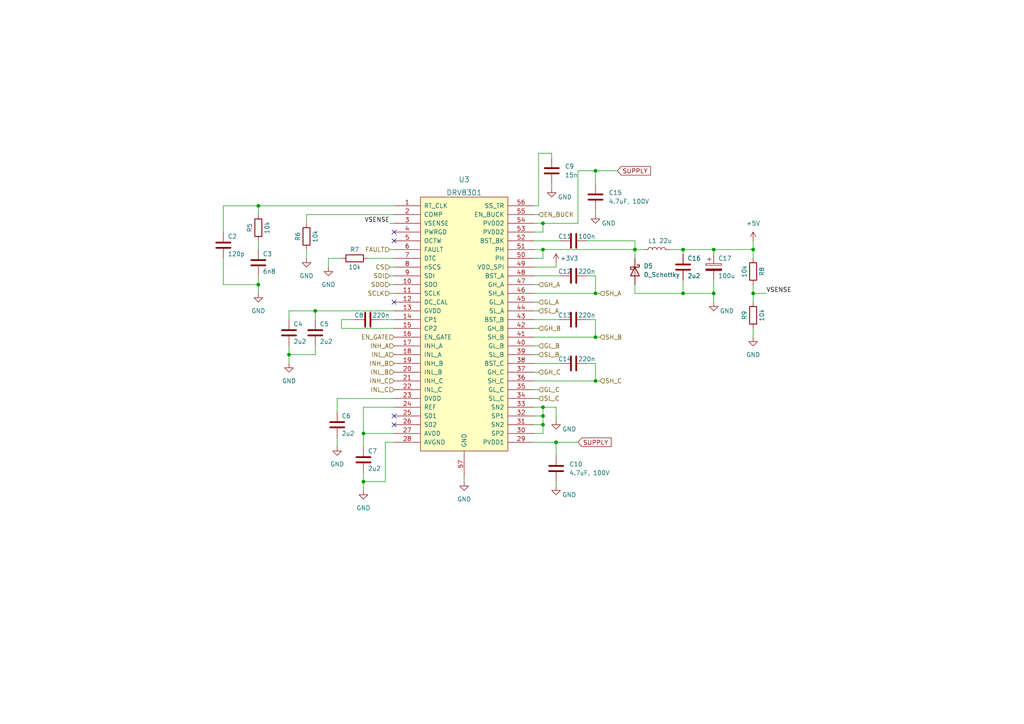
<source format=kicad_sch>
(kicad_sch (version 20211123) (generator eeschema)
  (paper "A4")
  (title_block (title "FROST-ESC") (date "2022-06-24"))
  (lib_symbols
    (symbol "Device:C" (pin_numbers hide) (pin_names (offset 0.254))
      (property "Reference" "C" (at 0.635 2.54 0))
      (property "Value" "C" (at 0.635 -2.54 0))
      (symbol "C_0_1"
        (polyline (pts (xy -2.032 -0.762) (xy 2.032 -0.762)) (stroke (width 0.508)))
        (polyline (pts (xy -2.032 0.762) (xy 2.032 0.762)) (stroke (width 0.508)))
      )
      (symbol "C_1_1"
        (pin passive line (at 0 3.81 270) (length 2.794) (name "~") (number "1"))
        (pin passive line (at 0 -3.81 90) (length 2.794) (name "~") (number "2"))
      )
    )
    (symbol "Device:C_Polarized" (pin_numbers hide) (pin_names (offset 0.254))
      (property "Reference" "C" (at 0.635 2.54 0))
      (property "Value" "C_Polarized" (at 0.635 -2.54 0))
      (symbol "C_Polarized_0_1"
        (rectangle (start -2.286 0.508) (end 2.286 1.016))
        (polyline (pts (xy -1.778 2.286) (xy -0.762 2.286)))
        (polyline (pts (xy -1.27 2.794) (xy -1.27 1.778)))
        (rectangle (start 2.286 -0.508) (end -2.286 -1.016) (fill (type outline)))
      )
      (symbol "C_Polarized_1_1"
        (pin passive line (at 0 3.81 270) (length 2.794) (name "~") (number "1"))
        (pin passive line (at 0 -3.81 90) (length 2.794) (name "~") (number "2"))
      )
    )
    (symbol "Device:D_Schottky" (pin_numbers hide) (pin_names (offset 1.016) hide)
      (property "Reference" "D" (at 0 2.54 0))
      (property "Value" "D_Schottky" (at 0 -2.54 0))
      (symbol "D_Schottky_0_1"
        (polyline (pts (xy 1.27 0) (xy -1.27 0)))
        (polyline (pts (xy 1.27 1.27) (xy 1.27 -1.27) (xy -1.27 0) (xy 1.27 1.27)) (stroke (width 0.254)))
        (polyline (pts (xy -1.905 0.635) (xy -1.905 1.27) (xy -1.27 1.27) (xy -1.27 -1.27) (xy -0.635 -1.27) (xy -0.635 -0.635)) (stroke (width 0.254)))
      )
      (symbol "D_Schottky_1_1"
        (pin passive line (at -3.81 0 0) (length 2.54) (name "K") (number "1"))
        (pin passive line (at 3.81 0 180) (length 2.54) (name "A") (number "2"))
      )
    )
    (symbol "Device:L" (pin_numbers hide) (pin_names (offset 1.016) hide)
      (property "Reference" "L" (at -1.27 0 90))
      (property "Value" "L" (at 1.905 0 90))
      (symbol "L_0_1"
        (arc (start 0 -2.54) (mid 0.635 -1.905) (end 0 -1.27))
        (arc (start 0 -1.27) (mid 0.635 -0.635) (end 0 0))
        (arc (start 0 0) (mid 0.635 0.635) (end 0 1.27))
        (arc (start 0 1.27) (mid 0.635 1.905) (end 0 2.54))
      )
      (symbol "L_1_1"
        (pin passive line (at 0 3.81 270) (length 1.27) (name "1") (number "1"))
        (pin passive line (at 0 -3.81 90) (length 1.27) (name "2") (number "2"))
      )
    )
    (symbol "Device:R" (pin_numbers hide) (pin_names (offset 0))
      (property "Reference" "R" (at 2.032 0 90))
      (property "Value" "R" (at 0 0 90))
      (symbol "R_0_1"
        (rectangle (start -1.016 -2.54) (end 1.016 2.54) (stroke (width 0.254)))
      )
      (symbol "R_1_1"
        (pin passive line (at 0 3.81 270) (length 1.27) (name "~") (number "1"))
        (pin passive line (at 0 -3.81 90) (length 1.27) (name "~") (number "2"))
      )
    )
    (symbol "FROST-ESC:DRV8301" (pin_names (offset 1.016))
      (property "Reference" "U2" (at 0 50.8 0))
      (property "Value" "DRV8301" (at 0 46.99 0))
      (symbol "DRV8301_0_0"
        (pin output line (at 20.32 27.94 180) (length 7.62) (name "PH") (number "50"))
        (pin output line (at 20.32 30.48 180) (length 7.62) (name "PH") (number "51"))
        (pin passive line (at 20.32 33.02 180) (length 7.62) (name "BST_BK") (number "52"))
        (pin power_in line (at 20.32 35.56 180) (length 7.62) (name "PVDD2") (number "53"))
        (pin power_in line (at 20.32 38.1 180) (length 7.62) (name "PVDD2") (number "54"))
        (pin input line (at 20.32 40.64 180) (length 7.62) (name "EN_BUCK") (number "55"))
        (pin passive line (at 20.32 43.18 180) (length 7.62) (name "SS_TR") (number "56"))
        (pin passive line (at 0 -35.56 90) (length 7.62) (name "GND") (number "57"))
      )
      (symbol "DRV8301_0_1"
        (rectangle (start 12.7 -27.94) (end -12.7 45.72) (fill (type background)))
      )
      (symbol "DRV8301_1_0"
        (pin passive line (at 20.32 10.16 180) (length 7.62) (name "BST_B") (number "43"))
      )
      (symbol "DRV8301_1_1"
        (pin passive line (at -20.32 43.18 0) (length 7.62) (name "RT_CLK") (number "1"))
        (pin bidirectional line (at -20.32 20.32 0) (length 7.62) (name "SDO") (number "10"))
        (pin bidirectional line (at -20.32 17.78 0) (length 7.62) (name "SCLK") (number "11"))
        (pin input line (at -20.32 15.24 0) (length 7.62) (name "DC_CAL") (number "12"))
        (pin passive line (at -20.32 12.7 0) (length 7.62) (name "GVDD") (number "13"))
        (pin passive line (at -20.32 10.16 0) (length 7.62) (name "CP1") (number "14"))
        (pin passive line (at -20.32 7.62 0) (length 7.62) (name "CP2") (number "15"))
        (pin input line (at -20.32 5.08 0) (length 7.62) (name "EN_GATE") (number "16"))
        (pin input line (at -20.32 2.54 0) (length 7.62) (name "INH_A") (number "17"))
        (pin input line (at -20.32 0 0) (length 7.62) (name "INL_A") (number "18"))
        (pin input line (at -20.32 -2.54 0) (length 7.62) (name "INH_B") (number "19"))
        (pin passive line (at -20.32 40.64 0) (length 7.62) (name "COMP") (number "2"))
        (pin input line (at -20.32 -5.08 0) (length 7.62) (name "INL_B") (number "20"))
        (pin input line (at -20.32 -7.62 0) (length 7.62) (name "INH_C") (number "21"))
        (pin input line (at -20.32 -10.16 0) (length 7.62) (name "INL_C") (number "22"))
        (pin input line (at -20.32 -12.7 0) (length 7.62) (name "DVDD") (number "23"))
        (pin passive line (at -20.32 -15.24 0) (length 7.62) (name "REF") (number "24"))
        (pin input line (at -20.32 -17.78 0) (length 7.62) (name "S01") (number "25"))
        (pin input line (at -20.32 -20.32 0) (length 7.62) (name "S02") (number "26"))
        (pin power_in line (at -20.32 -22.86 0) (length 7.62) (name "AVDD") (number "27"))
        (pin passive line (at -20.32 -25.4 0) (length 7.62) (name "AVGND") (number "28"))
        (pin power_in line (at 20.32 -25.4 180) (length 7.62) (name "PVDD1") (number "29"))
        (pin input line (at -20.32 38.1 0) (length 7.62) (name "VSENSE") (number "3"))
        (pin input line (at 20.32 -22.86 180) (length 7.62) (name "SP2") (number "30"))
        (pin input line (at 20.32 -20.32 180) (length 7.62) (name "SN2") (number "31"))
        (pin input line (at 20.32 -17.78 180) (length 7.62) (name "SP1") (number "32"))
        (pin input line (at 20.32 -15.24 180) (length 7.62) (name "SN2") (number "33"))
        (pin input line (at 20.32 -12.7 180) (length 7.62) (name "SL_C") (number "34"))
        (pin output line (at 20.32 -10.16 180) (length 7.62) (name "GL_C") (number "35"))
        (pin input line (at 20.32 -7.62 180) (length 7.62) (name "SH_C") (number "36"))
        (pin output line (at 20.32 -5.08 180) (length 7.62) (name "GH_C") (number "37"))
        (pin passive line (at 20.32 -2.54 180) (length 7.62) (name "BST_C") (number "38"))
        (pin input line (at 20.32 0 180) (length 7.62) (name "SL_B") (number "39"))
        (pin input line (at -20.32 35.56 0) (length 7.62) (name "PWRGD") (number "4"))
        (pin output line (at 20.32 2.54 180) (length 7.62) (name "GL_B") (number "40"))
        (pin input line (at 20.32 5.08 180) (length 7.62) (name "SH_B") (number "41"))
        (pin output line (at 20.32 7.62 180) (length 7.62) (name "GH_B") (number "42"))
        (pin input line (at 20.32 12.7 180) (length 7.62) (name "SL_A") (number "44"))
        (pin output line (at 20.32 15.24 180) (length 7.62) (name "GL_A") (number "45"))
        (pin input line (at 20.32 17.78 180) (length 7.62) (name "SH_A") (number "46"))
        (pin output line (at 20.32 20.32 180) (length 7.62) (name "GH_A") (number "47"))
        (pin passive line (at 20.32 22.86 180) (length 7.62) (name "BST_A") (number "48"))
        (pin power_in line (at 20.32 25.4 180) (length 7.62) (name "VDD_SPI") (number "49"))
        (pin input line (at -20.32 33.02 0) (length 7.62) (name "OCTW") (number "5"))
        (pin output line (at -20.32 30.48 0) (length 7.62) (name "FAULT") (number "6"))
        (pin passive line (at -20.32 27.94 0) (length 7.62) (name "DTC") (number "7"))
        (pin input line (at -20.32 25.4 0) (length 7.62) (name "nSCS") (number "8"))
        (pin bidirectional line (at -20.32 22.86 0) (length 7.62) (name "SDI") (number "9"))
      )
    )
    (symbol "power:+3.3V" (power) (pin_names (offset 0))
      (property "Value" "+3.3V" (at 0 3.556 0))
      (symbol "+3.3V_0_1"
        (polyline (pts (xy -0.762 1.27) (xy 0 2.54)))
        (polyline (pts (xy 0 0) (xy 0 2.54)))
        (polyline (pts (xy 0 2.54) (xy 0.762 1.27)))
      )
      (symbol "+3.3V_1_1"
        (pin power_in line (at 0 0 90) (length 0) hide (name "+3V3") (number "1"))
      )
    )
    (symbol "power:+5V" (power) (pin_names (offset 0))
      (property "Value" "+5V" (at 0 3.556 0))
      (symbol "+5V_0_1"
        (polyline (pts (xy -0.762 1.27) (xy 0 2.54)))
        (polyline (pts (xy 0 0) (xy 0 2.54)))
        (polyline (pts (xy 0 2.54) (xy 0.762 1.27)))
      )
      (symbol "+5V_1_1"
        (pin power_in line (at 0 0 90) (length 0) hide (name "+5V") (number "1"))
      )
    )
    (symbol "power:GND" (power) (pin_names (offset 0))
      (property "Value" "GND" (at 0 -3.81 0))
      (symbol "GND_0_1"
        (polyline (pts (xy 0 0) (xy 0 -1.27) (xy 1.27 -1.27) (xy 0 -2.54) (xy -1.27 -1.27) (xy 0 -1.27)))
      )
      (symbol "GND_1_1"
        (pin power_in line (at 0 0 270) (length 0) hide (name "GND") (number "1"))
      )
    )
  )
  (junction (at 172.72 85.09))
  (junction (at 157.48 64.77))
  (junction (at 172.72 110.49))
  (junction (at 198.12 72.39))
  (junction (at 172.72 97.79))
  (junction (at 218.44 85.09))
  (junction (at 74.93 59.69))
  (junction (at 157.48 120.65))
  (junction (at 157.48 123.19))
  (junction (at 83.82 102.87))
  (junction (at 105.41 139.7))
  (junction (at 161.29 128.27))
  (junction (at 157.48 72.39))
  (junction (at 184.15 72.39))
  (junction (at 207.01 85.09))
  (junction (at 207.01 72.39))
  (junction (at 74.93 82.55))
  (junction (at 198.12 85.09))
  (junction (at 91.44 90.17))
  (junction (at 105.41 125.73))
  (junction (at 157.48 118.11))
  (junction (at 172.72 49.53))
  (junction (at 218.44 72.39))
  (no_connect (at 114.3 87.63))
  (no_connect (at 114.3 67.31))
  (no_connect (at 114.3 69.85))
  (no_connect (at 114.3 123.19))
  (no_connect (at 114.3 120.65))
  (wire (pts (xy 154.94 107.95) (xy 156.21 107.95)))
  (wire (pts (xy 172.72 110.49) (xy 154.94 110.49)))
  (wire (pts (xy 106.68 74.93) (xy 114.3 74.93)))
  (wire (pts (xy 154.94 115.57) (xy 156.21 115.57)))
  (wire (pts (xy 184.15 72.39) (xy 186.69 72.39)))
  (wire (pts (xy 161.29 76.2) (xy 161.29 77.47)))
  (wire (pts (xy 154.94 120.65) (xy 157.48 120.65)))
  (wire (pts (xy 172.72 110.49) (xy 173.99 110.49)))
  (wire (pts (xy 161.29 128.27) (xy 167.64 128.27)))
  (wire (pts (xy 97.79 115.57) (xy 114.3 115.57)))
  (wire (pts (xy 218.44 69.85) (xy 218.44 72.39)))
  (wire (pts (xy 105.41 137.16) (xy 105.41 139.7)))
  (wire (pts (xy 154.94 105.41) (xy 162.56 105.41)))
  (wire (pts (xy 170.18 105.41) (xy 172.72 105.41)))
  (wire (pts (xy 154.94 95.25) (xy 156.21 95.25)))
  (wire (pts (xy 88.9 62.23) (xy 88.9 64.77)))
  (wire (pts (xy 64.77 59.69) (xy 74.93 59.69)))
  (wire (pts (xy 172.72 92.71) (xy 172.72 97.79)))
  (wire (pts (xy 154.94 113.03) (xy 156.21 113.03)))
  (wire (pts (xy 157.48 64.77) (xy 167.64 64.77)))
  (wire (pts (xy 114.3 95.25) (xy 99.06 95.25)))
  (wire (pts (xy 184.15 82.55) (xy 184.15 85.09)))
  (wire (pts (xy 207.01 85.09) (xy 207.01 87.63)))
  (wire (pts (xy 88.9 62.23) (xy 114.3 62.23)))
  (wire (pts (xy 160.02 53.34) (xy 160.02 54.61)))
  (wire (pts (xy 172.72 49.53) (xy 179.07 49.53)))
  (wire (pts (xy 113.03 80.01) (xy 114.3 80.01)))
  (wire (pts (xy 91.44 90.17) (xy 91.44 92.71)))
  (wire (pts (xy 184.15 85.09) (xy 198.12 85.09)))
  (wire (pts (xy 161.29 128.27) (xy 161.29 132.08)))
  (wire (pts (xy 105.41 125.73) (xy 105.41 129.54)))
  (wire (pts (xy 114.3 90.17) (xy 91.44 90.17)))
  (wire (pts (xy 113.03 72.39) (xy 114.3 72.39)))
  (wire (pts (xy 198.12 85.09) (xy 198.12 81.28)))
  (wire (pts (xy 74.93 80.01) (xy 74.93 82.55)))
  (wire (pts (xy 91.44 102.87) (xy 83.82 102.87)))
  (wire (pts (xy 184.15 74.93) (xy 184.15 72.39)))
  (wire (pts (xy 184.15 69.85) (xy 184.15 72.39)))
  (wire (pts (xy 88.9 72.39) (xy 88.9 74.93)))
  (wire (pts (xy 114.3 128.27) (xy 111.76 128.27)))
  (wire (pts (xy 154.94 77.47) (xy 161.29 77.47)))
  (wire (pts (xy 110.49 92.71) (xy 114.3 92.71)))
  (wire (pts (xy 198.12 73.66) (xy 198.12 72.39)))
  (wire (pts (xy 167.64 49.53) (xy 167.64 64.77)))
  (wire (pts (xy 83.82 102.87) (xy 83.82 100.33)))
  (wire (pts (xy 113.03 82.55) (xy 114.3 82.55)))
  (wire (pts (xy 83.82 102.87) (xy 83.82 105.41)))
  (wire (pts (xy 99.06 95.25) (xy 99.06 92.71)))
  (wire (pts (xy 154.94 128.27) (xy 161.29 128.27)))
  (wire (pts (xy 170.18 80.01) (xy 172.72 80.01)))
  (wire (pts (xy 218.44 82.55) (xy 218.44 85.09)))
  (wire (pts (xy 97.79 119.38) (xy 97.79 115.57)))
  (wire (pts (xy 207.01 73.66) (xy 207.01 72.39)))
  (wire (pts (xy 172.72 97.79) (xy 173.99 97.79)))
  (wire (pts (xy 157.48 118.11) (xy 157.48 120.65)))
  (wire (pts (xy 154.94 100.33) (xy 156.21 100.33)))
  (wire (pts (xy 170.18 69.85) (xy 184.15 69.85)))
  (wire (pts (xy 160.02 44.45) (xy 156.21 44.45)))
  (wire (pts (xy 172.72 97.79) (xy 154.94 97.79)))
  (wire (pts (xy 154.94 62.23) (xy 156.21 62.23)))
  (wire (pts (xy 167.64 49.53) (xy 172.72 49.53)))
  (wire (pts (xy 83.82 92.71) (xy 83.82 90.17)))
  (wire (pts (xy 218.44 95.25) (xy 218.44 97.79)))
  (wire (pts (xy 157.48 67.31) (xy 157.48 64.77)))
  (wire (pts (xy 154.94 118.11) (xy 157.48 118.11)))
  (wire (pts (xy 170.18 92.71) (xy 172.72 92.71)))
  (wire (pts (xy 172.72 85.09) (xy 173.99 85.09)))
  (wire (pts (xy 207.01 81.28) (xy 207.01 85.09)))
  (wire (pts (xy 83.82 90.17) (xy 91.44 90.17)))
  (wire (pts (xy 95.25 74.93) (xy 95.25 77.47)))
  (wire (pts (xy 74.93 59.69) (xy 74.93 62.23)))
  (wire (pts (xy 154.94 72.39) (xy 157.48 72.39)))
  (wire (pts (xy 114.3 125.73) (xy 105.41 125.73)))
  (wire (pts (xy 154.94 67.31) (xy 157.48 67.31)))
  (wire (pts (xy 154.94 82.55) (xy 156.21 82.55)))
  (wire (pts (xy 99.06 74.93) (xy 95.25 74.93)))
  (wire (pts (xy 198.12 72.39) (xy 194.31 72.39)))
  (wire (pts (xy 74.93 82.55) (xy 74.93 85.09)))
  (wire (pts (xy 218.44 85.09) (xy 218.44 87.63)))
  (wire (pts (xy 64.77 74.93) (xy 64.77 82.55)))
  (wire (pts (xy 154.94 80.01) (xy 162.56 80.01)))
  (wire (pts (xy 154.94 69.85) (xy 162.56 69.85)))
  (wire (pts (xy 172.72 49.53) (xy 172.72 53.34)))
  (wire (pts (xy 105.41 118.11) (xy 105.41 125.73)))
  (wire (pts (xy 134.62 138.43) (xy 134.62 139.7)))
  (wire (pts (xy 172.72 105.41) (xy 172.72 110.49)))
  (wire (pts (xy 154.94 123.19) (xy 157.48 123.19)))
  (wire (pts (xy 172.72 60.96) (xy 172.72 62.23)))
  (wire (pts (xy 105.41 139.7) (xy 105.41 142.24)))
  (wire (pts (xy 157.48 123.19) (xy 157.48 125.73)))
  (wire (pts (xy 97.79 127) (xy 97.79 129.54)))
  (wire (pts (xy 64.77 82.55) (xy 74.93 82.55)))
  (wire (pts (xy 113.03 85.09) (xy 114.3 85.09)))
  (wire (pts (xy 161.29 121.92) (xy 161.29 118.11)))
  (wire (pts (xy 111.76 139.7) (xy 105.41 139.7)))
  (wire (pts (xy 207.01 85.09) (xy 198.12 85.09)))
  (wire (pts (xy 154.94 90.17) (xy 156.21 90.17)))
  (wire (pts (xy 184.15 72.39) (xy 157.48 72.39)))
  (wire (pts (xy 207.01 72.39) (xy 218.44 72.39)))
  (wire (pts (xy 99.06 92.71) (xy 102.87 92.71)))
  (wire (pts (xy 172.72 80.01) (xy 172.72 85.09)))
  (wire (pts (xy 154.94 87.63) (xy 156.21 87.63)))
  (wire (pts (xy 154.94 92.71) (xy 162.56 92.71)))
  (wire (pts (xy 154.94 102.87) (xy 156.21 102.87)))
  (wire (pts (xy 114.3 118.11) (xy 105.41 118.11)))
  (wire (pts (xy 74.93 69.85) (xy 74.93 72.39)))
  (wire (pts (xy 156.21 59.69) (xy 154.94 59.69)))
  (wire (pts (xy 113.03 77.47) (xy 114.3 77.47)))
  (wire (pts (xy 113.03 64.77) (xy 114.3 64.77)))
  (wire (pts (xy 154.94 125.73) (xy 157.48 125.73)))
  (wire (pts (xy 156.21 44.45) (xy 156.21 59.69)))
  (wire (pts (xy 161.29 139.7) (xy 161.29 140.97)))
  (wire (pts (xy 64.77 67.31) (xy 64.77 59.69)))
  (wire (pts (xy 74.93 59.69) (xy 114.3 59.69)))
  (wire (pts (xy 157.48 74.93) (xy 154.94 74.93)))
  (wire (pts (xy 207.01 72.39) (xy 198.12 72.39)))
  (wire (pts (xy 111.76 128.27) (xy 111.76 139.7)))
  (wire (pts (xy 160.02 45.72) (xy 160.02 44.45)))
  (wire (pts (xy 157.48 120.65) (xy 157.48 123.19)))
  (wire (pts (xy 218.44 72.39) (xy 218.44 74.93)))
  (wire (pts (xy 157.48 72.39) (xy 157.48 74.93)))
  (wire (pts (xy 172.72 85.09) (xy 154.94 85.09)))
  (wire (pts (xy 154.94 64.77) (xy 157.48 64.77)))
  (wire (pts (xy 218.44 85.09) (xy 222.25 85.09)))
  (wire (pts (xy 91.44 100.33) (xy 91.44 102.87)))
  (wire (pts (xy 161.29 118.11) (xy 157.48 118.11)))
  (label "VSENSE" (at 113.03 64.77 180))
  (label "VSENSE" (at 222.25 85.09 0))
  (global_label "SUPPLY" (shape input) (at 179.07 49.53 0) (property "Intersheet References" "${INTERSHEET_REFS}" (effects hide)))
  (global_label "SUPPLY" (shape input) (at 167.64 128.27 0) (property "Intersheet References" "${INTERSHEET_REFS}" (effects hide)))
  (hierarchical_label "SH_C" (shape input) (at 173.99 110.49 0))
  (hierarchical_label "GL_B" (shape input) (at 156.21 100.33 0))
  (hierarchical_label "SL_C" (shape input) (at 156.21 115.57 0))
  (hierarchical_label "GL_A" (shape input) (at 156.21 87.63 0))
  (hierarchical_label "FAULT" (shape input) (at 113.03 72.39 180))
  (hierarchical_label "SL_B" (shape input) (at 156.21 102.87 0))
  (hierarchical_label "INL_C" (shape input) (at 114.3 113.03 180))
  (hierarchical_label "INL_A" (shape input) (at 114.3 102.87 180))
  (hierarchical_label "SDO" (shape input) (at 113.03 82.55 180))
  (hierarchical_label "SH_A" (shape input) (at 173.99 85.09 0))
  (hierarchical_label "SL_A" (shape input) (at 156.21 90.17 0))
  (hierarchical_label "EN_BUCK" (shape input) (at 156.21 62.23 0))
  (hierarchical_label "GH_B" (shape input) (at 156.21 95.25 0))
  (hierarchical_label "INL_B" (shape input) (at 114.3 107.95 180))
  (hierarchical_label "SH_B" (shape input) (at 173.99 97.79 0))
  (hierarchical_label "GH_A" (shape input) (at 156.21 82.55 0))
  (hierarchical_label "GH_C" (shape input) (at 156.21 107.95 0))
  (hierarchical_label "SDI" (shape input) (at 113.03 80.01 180))
  (hierarchical_label "INH_B" (shape input) (at 114.3 105.41 180))
  (hierarchical_label "INH_A" (shape input) (at 114.3 100.33 180))
  (hierarchical_label "INH_C" (shape input) (at 114.3 110.49 180))
  (hierarchical_label "GL_C" (shape input) (at 156.21 113.03 0))
  (hierarchical_label "CS" (shape input) (at 113.03 77.47 180))
  (hierarchical_label "SCLK" (shape input) (at 113.03 85.09 180))
  (hierarchical_label "EN_GATE" (shape input) (at 114.3 97.79 180))
  (symbol (lib_id "Device:R") (at 218.44 91.44 180) (unit 1)
    (property "Reference" "R9" (at 215.9 91.44 90))
    (property "Value" "10k" (at 220.98 91.44 90))
    (property "Footprint" "Capacitor_SMD:C_0603_1608Metric" (effects hide))
  )
  (symbol (lib_id "Device:C") (at 166.37 69.85 90) (unit 1)
    (property "Reference" "C11" (at 163.83 68.58 90))
    (property "Value" "100n" (at 170.18 68.58 90))
    (property "Footprint" "Capacitor_SMD:C_0603_1608Metric" (effects hide))
  )
  (symbol (lib_id "Device:C") (at 74.93 76.2 0) (unit 1)
    (property "Reference" "C3" (at 76.2 73.66 0) (effects (justify left)))
    (property "Value" "6n8" (at 76.2 78.74 0) (effects (justify left)))
    (property "Footprint" "Capacitor_SMD:C_0603_1608Metric" (effects hide))
  )
  (symbol (lib_id "power:GND") (at 97.79 129.54 0) (unit 1)
    (property "Reference" "#PWR010" (effects hide))
    (property "Value" "GND" (at 97.79 134.62 0))
  )
  (symbol (lib_id "Device:C") (at 172.72 57.15 0) (unit 1)
    (property "Reference" "C15" (at 176.53 55.8799 0) (effects (justify left)))
    (property "Value" "4.7uF, 100V" (at 176.53 58.4199 0) (effects (justify left)))
    (property "Footprint" "Capacitor_SMD:C_1210_3225Metric" (effects hide))
  )
  (symbol (lib_id "Device:C") (at 97.79 123.19 0) (unit 1)
    (property "Reference" "C6" (at 99.06 120.65 0) (effects (justify left)))
    (property "Value" "2u2" (at 99.06 125.73 0) (effects (justify left)))
    (property "Footprint" "Capacitor_SMD:C_0603_1608Metric" (effects hide))
  )
  (symbol (lib_id "power:GND") (at 172.72 62.23 0) (unit 1)
    (property "Reference" "#PWR017" (effects hide))
    (property "Value" "GND" (at 176.53 64.77 0))
  )
  (symbol (lib_id "power:GND") (at 74.93 85.09 0) (unit 1)
    (property "Reference" "#PWR06" (effects hide))
    (property "Value" "GND" (at 74.93 90.17 0))
  )
  (symbol (lib_id "power:GND") (at 134.62 139.7 0) (unit 1)
    (property "Reference" "#PWR012" (effects hide))
    (property "Value" "GND" (at 134.62 144.78 0))
  )
  (symbol (lib_id "Device:D_Schottky") (at 184.15 78.74 270) (unit 1)
    (property "Reference" "D5" (at 186.69 77.1524 90) (effects (justify left)))
    (property "Value" "D_Schottky" (at 186.69 79.6924 90) (effects (justify left)))
    (property "Footprint" "Diode_SMD:D_SMA" (effects hide))
  )
  (symbol (lib_id "power:GND") (at 95.25 77.47 0) (unit 1)
    (property "Reference" "#PWR09" (effects hide))
    (property "Value" "GND" (at 95.25 82.55 0))
  )
  (symbol (lib_id "power:+3.3V") (at 161.29 76.2 0) (unit 1)
    (property "Reference" "#PWR014" (effects hide))
    (property "Value" "+3.3V" (at 165.1 74.93 0))
  )
  (symbol (lib_id "Device:C") (at 91.44 96.52 0) (unit 1)
    (property "Reference" "C5" (at 92.71 93.98 0) (effects (justify left)))
    (property "Value" "2u2" (at 92.71 99.06 0) (effects (justify left)))
    (property "Footprint" "Capacitor_SMD:C_0603_1608Metric" (effects hide))
  )
  (symbol (lib_id "Device:C") (at 106.68 92.71 90) (unit 1)
    (property "Reference" "C8" (at 104.14 91.44 90))
    (property "Value" "220n" (at 110.49 91.44 90))
    (property "Footprint" "Capacitor_SMD:C_0603_1608Metric" (effects hide))
  )
  (symbol (lib_id "Device:R") (at 218.44 78.74 0) (unit 1)
    (property "Reference" "R8" (at 220.98 78.74 90))
    (property "Value" "10k" (at 215.9 78.74 90))
    (property "Footprint" "Capacitor_SMD:C_0603_1608Metric" (effects hide))
  )
  (symbol (lib_id "Device:C") (at 166.37 92.71 90) (unit 1)
    (property "Reference" "C13" (at 163.83 91.44 90))
    (property "Value" "220n" (at 170.18 91.44 90))
    (property "Footprint" "Capacitor_SMD:C_0603_1608Metric" (effects hide))
  )
  (symbol (lib_id "power:GND") (at 88.9 74.93 0) (unit 1)
    (property "Reference" "#PWR08" (effects hide))
    (property "Value" "GND" (at 88.9 80.01 0))
  )
  (symbol (lib_id "power:GND") (at 105.41 142.24 0) (unit 1)
    (property "Reference" "#PWR011" (effects hide))
    (property "Value" "GND" (at 105.41 147.32 0))
  )
  (symbol (lib_id "power:GND") (at 161.29 121.92 0) (unit 1)
    (property "Reference" "#PWR015" (effects hide))
    (property "Value" "GND" (at 165.1 124.46 0))
  )
  (symbol (lib_id "power:GND") (at 160.02 54.61 0) (unit 1)
    (property "Reference" "#PWR013" (effects hide))
    (property "Value" "GND" (at 163.83 57.15 0))
  )
  (symbol (lib_id "power:+5V") (at 218.44 69.85 0) (unit 1)
    (property "Reference" "#PWR019" (effects hide))
    (property "Value" "+5V" (at 218.44 64.77 0))
  )
  (symbol (lib_id "FROST-ESC:DRV8301") (at 134.62 102.87 0) (unit 1)
    (property "Reference" "U3" (at 134.62 52.07 0) (effects (font (size 1.524 1.524))))
    (property "Value" "DRV8301" (at 134.62 55.88 0) (effects (font (size 1.524 1.524))))
    (property "Footprint" "Package_SO:HTSSOP-56-1EP_6.1x14mm_P0.5mm_EP3.61x6.35mm" (effects hide))
  )
  (symbol (lib_id "Device:C") (at 105.41 133.35 0) (unit 1)
    (property "Reference" "C7" (at 106.68 130.81 0) (effects (justify left)))
    (property "Value" "2u2" (at 106.68 135.89 0) (effects (justify left)))
    (property "Footprint" "Capacitor_SMD:C_0603_1608Metric" (effects hide))
  )
  (symbol (lib_id "Device:C") (at 83.82 96.52 0) (unit 1)
    (property "Reference" "C4" (at 85.09 93.98 0) (effects (justify left)))
    (property "Value" "2u2" (at 85.09 99.06 0) (effects (justify left)))
    (property "Footprint" "Capacitor_SMD:C_0603_1608Metric" (effects hide))
  )
  (symbol (lib_id "power:GND") (at 218.44 97.79 0) (unit 1)
    (property "Reference" "#PWR020" (effects hide))
    (property "Value" "GND" (at 218.44 102.87 0))
  )
  (symbol (lib_id "Device:C_Polarized") (at 207.01 77.47 0) (unit 1)
    (property "Reference" "C17" (at 208.28 74.93 0) (effects (justify left)))
    (property "Value" "100u" (at 208.28 80.01 0) (effects (justify left)))
    (property "Footprint" "Capacitor_SMD:C_0805_2012Metric" (effects hide))
  )
  (symbol (lib_id "Device:C") (at 161.29 135.89 0) (unit 1)
    (property "Reference" "C10" (at 165.1 134.6199 0) (effects (justify left)))
    (property "Value" "4.7uF, 100V" (at 165.1 137.1599 0) (effects (justify left)))
    (property "Footprint" "Capacitor_SMD:C_1210_3225Metric" (effects hide))
  )
  (symbol (lib_id "power:GND") (at 83.82 105.41 0) (unit 1)
    (property "Reference" "#PWR07" (effects hide))
    (property "Value" "GND" (at 83.82 110.49 0))
  )
  (symbol (lib_id "Device:C") (at 198.12 77.47 0) (unit 1)
    (property "Reference" "C16" (at 199.39 74.93 0) (effects (justify left)))
    (property "Value" "2u2" (at 199.39 80.01 0) (effects (justify left)))
    (property "Footprint" "Capacitor_SMD:C_0603_1608Metric" (effects hide))
  )
  (symbol (lib_id "Device:R") (at 74.93 66.04 180) (unit 1)
    (property "Reference" "R5" (at 72.39 66.04 90))
    (property "Value" "10k" (at 77.47 66.04 90))
    (property "Footprint" "Capacitor_SMD:C_0603_1608Metric" (effects hide))
  )
  (symbol (lib_id "power:GND") (at 161.29 140.97 0) (unit 1)
    (property "Reference" "#PWR016" (effects hide))
    (property "Value" "GND" (at 165.1 143.51 0))
  )
  (symbol (lib_id "Device:L") (at 190.5 72.39 90) (unit 1)
    (property "Reference" "L1" (at 189.23 69.85 90))
    (property "Value" "22u" (at 193.04 69.85 90))
    (property "Footprint" "Inductor_SMD:L_Taiyo-Yuden_NR-60xx" (effects hide))
  )
  (symbol (lib_id "Device:C") (at 64.77 71.12 0) (unit 1)
    (property "Reference" "C2" (at 66.04 68.58 0) (effects (justify left)))
    (property "Value" "120p" (at 66.04 73.66 0) (effects (justify left)))
    (property "Footprint" "Capacitor_SMD:C_0603_1608Metric" (effects hide))
  )
  (symbol (lib_id "Device:C") (at 166.37 80.01 90) (unit 1)
    (property "Reference" "C12" (at 163.83 78.74 90))
    (property "Value" "220n" (at 170.18 78.74 90))
    (property "Footprint" "Capacitor_SMD:C_0603_1608Metric" (effects hide))
  )
  (symbol (lib_id "Device:R") (at 88.9 68.58 180) (unit 1)
    (property "Reference" "R6" (at 86.36 68.58 90))
    (property "Value" "10k" (at 91.44 68.58 90))
    (property "Footprint" "Capacitor_SMD:C_0603_1608Metric" (effects hide))
  )
  (symbol (lib_id "Device:C") (at 160.02 49.53 0) (unit 1)
    (property "Reference" "C9" (at 163.83 48.2599 0) (effects (justify left)))
    (property "Value" "15n" (at 163.83 50.7999 0) (effects (justify left)))
    (property "Footprint" "Capacitor_SMD:C_0603_1608Metric" (effects hide))
  )
  (symbol (lib_id "Device:C") (at 166.37 105.41 90) (unit 1)
    (property "Reference" "C14" (at 163.83 104.14 90))
    (property "Value" "220n" (at 170.18 104.14 90))
    (property "Footprint" "Capacitor_SMD:C_0603_1608Metric" (effects hide))
  )
  (symbol (lib_id "Device:R") (at 102.87 74.93 90) (unit 1)
    (property "Reference" "R7" (at 102.87 72.39 90))
    (property "Value" "10k" (at 102.87 77.47 90))
    (property "Footprint" "Capacitor_SMD:C_0603_1608Metric" (effects hide))
  )
  (symbol (lib_id "power:GND") (at 207.01 87.63 0) (unit 1)
    (property "Reference" "#PWR018" (effects hide))
    (property "Value" "GND" (at 210.82 90.17 0))
  )
)
</source>
